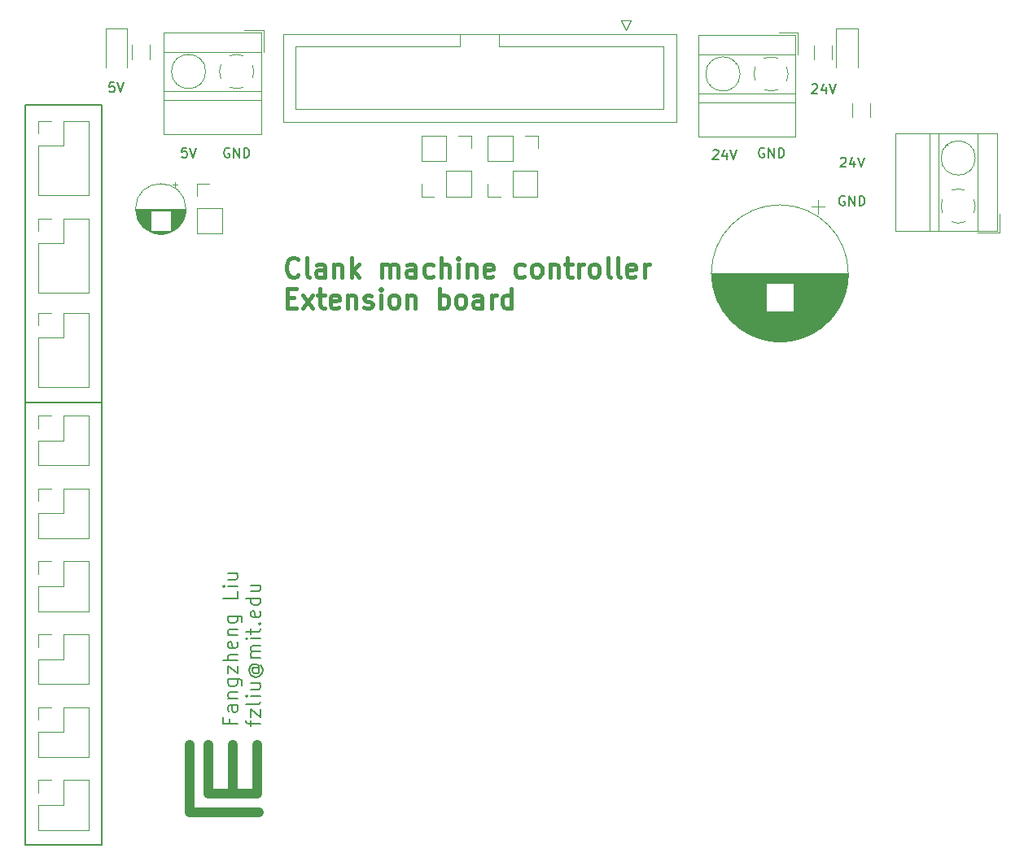
<source format=gbr>
%TF.GenerationSoftware,KiCad,Pcbnew,(6.0.0-0)*%
%TF.CreationDate,2023-01-16T13:09:05-05:00*%
%TF.ProjectId,Clank_controller,436c616e-6b5f-4636-9f6e-74726f6c6c65,rev?*%
%TF.SameCoordinates,Original*%
%TF.FileFunction,Legend,Top*%
%TF.FilePolarity,Positive*%
%FSLAX46Y46*%
G04 Gerber Fmt 4.6, Leading zero omitted, Abs format (unit mm)*
G04 Created by KiCad (PCBNEW (6.0.0-0)) date 2023-01-16 13:09:05*
%MOMM*%
%LPD*%
G01*
G04 APERTURE LIST*
%ADD10C,0.150000*%
%ADD11C,1.000000*%
%ADD12C,0.400000*%
%ADD13C,0.200000*%
%ADD14C,0.120000*%
G04 APERTURE END LIST*
D10*
X97830000Y-97250000D02*
X105830000Y-97250000D01*
X105830000Y-97250000D02*
X105830000Y-143250000D01*
X105830000Y-143250000D02*
X97830000Y-143250000D01*
X97830000Y-143250000D02*
X97830000Y-97250000D01*
D11*
X119430000Y-137900000D02*
X119430000Y-132900000D01*
D10*
X97830000Y-66250000D02*
X105830000Y-66250000D01*
X105830000Y-66250000D02*
X105830000Y-97250000D01*
X105830000Y-97250000D02*
X97830000Y-97250000D01*
X97830000Y-97250000D02*
X97830000Y-66250000D01*
D11*
X121930000Y-137900000D02*
X116930000Y-137900000D01*
X114930000Y-132900000D02*
X114930000Y-139900000D01*
X114930000Y-139900000D02*
X122180000Y-139900000D01*
X121930000Y-137900000D02*
X121930000Y-132900000D01*
X116930000Y-137900000D02*
X116930000Y-132900000D01*
D10*
X114639523Y-70702374D02*
X114163333Y-70702374D01*
X114115714Y-71178565D01*
X114163333Y-71130946D01*
X114258571Y-71083327D01*
X114496666Y-71083327D01*
X114591904Y-71130946D01*
X114639523Y-71178565D01*
X114687142Y-71273803D01*
X114687142Y-71511898D01*
X114639523Y-71607136D01*
X114591904Y-71654755D01*
X114496666Y-71702374D01*
X114258571Y-71702374D01*
X114163333Y-71654755D01*
X114115714Y-71607136D01*
X114972857Y-70702374D02*
X115306190Y-71702374D01*
X115639523Y-70702374D01*
D12*
X126239047Y-83954285D02*
X126143809Y-84049523D01*
X125858095Y-84144761D01*
X125667619Y-84144761D01*
X125381904Y-84049523D01*
X125191428Y-83859047D01*
X125096190Y-83668571D01*
X125000952Y-83287619D01*
X125000952Y-83001904D01*
X125096190Y-82620952D01*
X125191428Y-82430476D01*
X125381904Y-82240000D01*
X125667619Y-82144761D01*
X125858095Y-82144761D01*
X126143809Y-82240000D01*
X126239047Y-82335238D01*
X127381904Y-84144761D02*
X127191428Y-84049523D01*
X127096190Y-83859047D01*
X127096190Y-82144761D01*
X129000952Y-84144761D02*
X129000952Y-83097142D01*
X128905714Y-82906666D01*
X128715238Y-82811428D01*
X128334285Y-82811428D01*
X128143809Y-82906666D01*
X129000952Y-84049523D02*
X128810476Y-84144761D01*
X128334285Y-84144761D01*
X128143809Y-84049523D01*
X128048571Y-83859047D01*
X128048571Y-83668571D01*
X128143809Y-83478095D01*
X128334285Y-83382857D01*
X128810476Y-83382857D01*
X129000952Y-83287619D01*
X129953333Y-82811428D02*
X129953333Y-84144761D01*
X129953333Y-83001904D02*
X130048571Y-82906666D01*
X130239047Y-82811428D01*
X130524761Y-82811428D01*
X130715238Y-82906666D01*
X130810476Y-83097142D01*
X130810476Y-84144761D01*
X131762857Y-84144761D02*
X131762857Y-82144761D01*
X131953333Y-83382857D02*
X132524761Y-84144761D01*
X132524761Y-82811428D02*
X131762857Y-83573333D01*
X134905714Y-84144761D02*
X134905714Y-82811428D01*
X134905714Y-83001904D02*
X135000952Y-82906666D01*
X135191428Y-82811428D01*
X135477142Y-82811428D01*
X135667619Y-82906666D01*
X135762857Y-83097142D01*
X135762857Y-84144761D01*
X135762857Y-83097142D02*
X135858095Y-82906666D01*
X136048571Y-82811428D01*
X136334285Y-82811428D01*
X136524761Y-82906666D01*
X136620000Y-83097142D01*
X136620000Y-84144761D01*
X138429523Y-84144761D02*
X138429523Y-83097142D01*
X138334285Y-82906666D01*
X138143809Y-82811428D01*
X137762857Y-82811428D01*
X137572380Y-82906666D01*
X138429523Y-84049523D02*
X138239047Y-84144761D01*
X137762857Y-84144761D01*
X137572380Y-84049523D01*
X137477142Y-83859047D01*
X137477142Y-83668571D01*
X137572380Y-83478095D01*
X137762857Y-83382857D01*
X138239047Y-83382857D01*
X138429523Y-83287619D01*
X140239047Y-84049523D02*
X140048571Y-84144761D01*
X139667619Y-84144761D01*
X139477142Y-84049523D01*
X139381904Y-83954285D01*
X139286666Y-83763809D01*
X139286666Y-83192380D01*
X139381904Y-83001904D01*
X139477142Y-82906666D01*
X139667619Y-82811428D01*
X140048571Y-82811428D01*
X140239047Y-82906666D01*
X141096190Y-84144761D02*
X141096190Y-82144761D01*
X141953333Y-84144761D02*
X141953333Y-83097142D01*
X141858095Y-82906666D01*
X141667619Y-82811428D01*
X141381904Y-82811428D01*
X141191428Y-82906666D01*
X141096190Y-83001904D01*
X142905714Y-84144761D02*
X142905714Y-82811428D01*
X142905714Y-82144761D02*
X142810476Y-82240000D01*
X142905714Y-82335238D01*
X143000952Y-82240000D01*
X142905714Y-82144761D01*
X142905714Y-82335238D01*
X143858095Y-82811428D02*
X143858095Y-84144761D01*
X143858095Y-83001904D02*
X143953333Y-82906666D01*
X144143809Y-82811428D01*
X144429523Y-82811428D01*
X144620000Y-82906666D01*
X144715238Y-83097142D01*
X144715238Y-84144761D01*
X146429523Y-84049523D02*
X146239047Y-84144761D01*
X145858095Y-84144761D01*
X145667619Y-84049523D01*
X145572380Y-83859047D01*
X145572380Y-83097142D01*
X145667619Y-82906666D01*
X145858095Y-82811428D01*
X146239047Y-82811428D01*
X146429523Y-82906666D01*
X146524761Y-83097142D01*
X146524761Y-83287619D01*
X145572380Y-83478095D01*
X149762857Y-84049523D02*
X149572380Y-84144761D01*
X149191428Y-84144761D01*
X149000952Y-84049523D01*
X148905714Y-83954285D01*
X148810476Y-83763809D01*
X148810476Y-83192380D01*
X148905714Y-83001904D01*
X149000952Y-82906666D01*
X149191428Y-82811428D01*
X149572380Y-82811428D01*
X149762857Y-82906666D01*
X150905714Y-84144761D02*
X150715238Y-84049523D01*
X150620000Y-83954285D01*
X150524761Y-83763809D01*
X150524761Y-83192380D01*
X150620000Y-83001904D01*
X150715238Y-82906666D01*
X150905714Y-82811428D01*
X151191428Y-82811428D01*
X151381904Y-82906666D01*
X151477142Y-83001904D01*
X151572380Y-83192380D01*
X151572380Y-83763809D01*
X151477142Y-83954285D01*
X151381904Y-84049523D01*
X151191428Y-84144761D01*
X150905714Y-84144761D01*
X152429523Y-82811428D02*
X152429523Y-84144761D01*
X152429523Y-83001904D02*
X152524761Y-82906666D01*
X152715238Y-82811428D01*
X153000952Y-82811428D01*
X153191428Y-82906666D01*
X153286666Y-83097142D01*
X153286666Y-84144761D01*
X153953333Y-82811428D02*
X154715238Y-82811428D01*
X154239047Y-82144761D02*
X154239047Y-83859047D01*
X154334285Y-84049523D01*
X154524761Y-84144761D01*
X154715238Y-84144761D01*
X155381904Y-84144761D02*
X155381904Y-82811428D01*
X155381904Y-83192380D02*
X155477142Y-83001904D01*
X155572380Y-82906666D01*
X155762857Y-82811428D01*
X155953333Y-82811428D01*
X156905714Y-84144761D02*
X156715238Y-84049523D01*
X156620000Y-83954285D01*
X156524761Y-83763809D01*
X156524761Y-83192380D01*
X156620000Y-83001904D01*
X156715238Y-82906666D01*
X156905714Y-82811428D01*
X157191428Y-82811428D01*
X157381904Y-82906666D01*
X157477142Y-83001904D01*
X157572380Y-83192380D01*
X157572380Y-83763809D01*
X157477142Y-83954285D01*
X157381904Y-84049523D01*
X157191428Y-84144761D01*
X156905714Y-84144761D01*
X158715238Y-84144761D02*
X158524761Y-84049523D01*
X158429523Y-83859047D01*
X158429523Y-82144761D01*
X159762857Y-84144761D02*
X159572380Y-84049523D01*
X159477142Y-83859047D01*
X159477142Y-82144761D01*
X161286666Y-84049523D02*
X161096190Y-84144761D01*
X160715238Y-84144761D01*
X160524761Y-84049523D01*
X160429523Y-83859047D01*
X160429523Y-83097142D01*
X160524761Y-82906666D01*
X160715238Y-82811428D01*
X161096190Y-82811428D01*
X161286666Y-82906666D01*
X161381904Y-83097142D01*
X161381904Y-83287619D01*
X160429523Y-83478095D01*
X162239047Y-84144761D02*
X162239047Y-82811428D01*
X162239047Y-83192380D02*
X162334285Y-83001904D01*
X162429523Y-82906666D01*
X162620000Y-82811428D01*
X162810476Y-82811428D01*
X125096190Y-86317142D02*
X125762857Y-86317142D01*
X126048571Y-87364761D02*
X125096190Y-87364761D01*
X125096190Y-85364761D01*
X126048571Y-85364761D01*
X126715238Y-87364761D02*
X127762857Y-86031428D01*
X126715238Y-86031428D02*
X127762857Y-87364761D01*
X128239047Y-86031428D02*
X129000952Y-86031428D01*
X128524761Y-85364761D02*
X128524761Y-87079047D01*
X128620000Y-87269523D01*
X128810476Y-87364761D01*
X129000952Y-87364761D01*
X130429523Y-87269523D02*
X130239047Y-87364761D01*
X129858095Y-87364761D01*
X129667619Y-87269523D01*
X129572380Y-87079047D01*
X129572380Y-86317142D01*
X129667619Y-86126666D01*
X129858095Y-86031428D01*
X130239047Y-86031428D01*
X130429523Y-86126666D01*
X130524761Y-86317142D01*
X130524761Y-86507619D01*
X129572380Y-86698095D01*
X131381904Y-86031428D02*
X131381904Y-87364761D01*
X131381904Y-86221904D02*
X131477142Y-86126666D01*
X131667619Y-86031428D01*
X131953333Y-86031428D01*
X132143809Y-86126666D01*
X132239047Y-86317142D01*
X132239047Y-87364761D01*
X133096190Y-87269523D02*
X133286666Y-87364761D01*
X133667619Y-87364761D01*
X133858095Y-87269523D01*
X133953333Y-87079047D01*
X133953333Y-86983809D01*
X133858095Y-86793333D01*
X133667619Y-86698095D01*
X133381904Y-86698095D01*
X133191428Y-86602857D01*
X133096190Y-86412380D01*
X133096190Y-86317142D01*
X133191428Y-86126666D01*
X133381904Y-86031428D01*
X133667619Y-86031428D01*
X133858095Y-86126666D01*
X134810476Y-87364761D02*
X134810476Y-86031428D01*
X134810476Y-85364761D02*
X134715238Y-85460000D01*
X134810476Y-85555238D01*
X134905714Y-85460000D01*
X134810476Y-85364761D01*
X134810476Y-85555238D01*
X136048571Y-87364761D02*
X135858095Y-87269523D01*
X135762857Y-87174285D01*
X135667619Y-86983809D01*
X135667619Y-86412380D01*
X135762857Y-86221904D01*
X135858095Y-86126666D01*
X136048571Y-86031428D01*
X136334285Y-86031428D01*
X136524761Y-86126666D01*
X136620000Y-86221904D01*
X136715238Y-86412380D01*
X136715238Y-86983809D01*
X136620000Y-87174285D01*
X136524761Y-87269523D01*
X136334285Y-87364761D01*
X136048571Y-87364761D01*
X137572380Y-86031428D02*
X137572380Y-87364761D01*
X137572380Y-86221904D02*
X137667619Y-86126666D01*
X137858095Y-86031428D01*
X138143809Y-86031428D01*
X138334285Y-86126666D01*
X138429523Y-86317142D01*
X138429523Y-87364761D01*
X140905714Y-87364761D02*
X140905714Y-85364761D01*
X140905714Y-86126666D02*
X141096190Y-86031428D01*
X141477142Y-86031428D01*
X141667619Y-86126666D01*
X141762857Y-86221904D01*
X141858095Y-86412380D01*
X141858095Y-86983809D01*
X141762857Y-87174285D01*
X141667619Y-87269523D01*
X141477142Y-87364761D01*
X141096190Y-87364761D01*
X140905714Y-87269523D01*
X143000952Y-87364761D02*
X142810476Y-87269523D01*
X142715238Y-87174285D01*
X142620000Y-86983809D01*
X142620000Y-86412380D01*
X142715238Y-86221904D01*
X142810476Y-86126666D01*
X143000952Y-86031428D01*
X143286666Y-86031428D01*
X143477142Y-86126666D01*
X143572380Y-86221904D01*
X143667619Y-86412380D01*
X143667619Y-86983809D01*
X143572380Y-87174285D01*
X143477142Y-87269523D01*
X143286666Y-87364761D01*
X143000952Y-87364761D01*
X145381904Y-87364761D02*
X145381904Y-86317142D01*
X145286666Y-86126666D01*
X145096190Y-86031428D01*
X144715238Y-86031428D01*
X144524761Y-86126666D01*
X145381904Y-87269523D02*
X145191428Y-87364761D01*
X144715238Y-87364761D01*
X144524761Y-87269523D01*
X144429523Y-87079047D01*
X144429523Y-86888571D01*
X144524761Y-86698095D01*
X144715238Y-86602857D01*
X145191428Y-86602857D01*
X145381904Y-86507619D01*
X146334285Y-87364761D02*
X146334285Y-86031428D01*
X146334285Y-86412380D02*
X146429523Y-86221904D01*
X146524761Y-86126666D01*
X146715238Y-86031428D01*
X146905714Y-86031428D01*
X148429523Y-87364761D02*
X148429523Y-85364761D01*
X148429523Y-87269523D02*
X148239047Y-87364761D01*
X147858095Y-87364761D01*
X147667619Y-87269523D01*
X147572380Y-87174285D01*
X147477142Y-86983809D01*
X147477142Y-86412380D01*
X147572380Y-86221904D01*
X147667619Y-86126666D01*
X147858095Y-86031428D01*
X148239047Y-86031428D01*
X148429523Y-86126666D01*
D10*
X169369523Y-70987619D02*
X169417142Y-70940000D01*
X169512380Y-70892380D01*
X169750476Y-70892380D01*
X169845714Y-70940000D01*
X169893333Y-70987619D01*
X169940952Y-71082857D01*
X169940952Y-71178095D01*
X169893333Y-71320952D01*
X169321904Y-71892380D01*
X169940952Y-71892380D01*
X170798095Y-71225714D02*
X170798095Y-71892380D01*
X170560000Y-70844761D02*
X170321904Y-71559047D01*
X170940952Y-71559047D01*
X171179047Y-70892380D02*
X171512380Y-71892380D01*
X171845714Y-70892380D01*
X179689523Y-64137619D02*
X179737142Y-64090000D01*
X179832380Y-64042380D01*
X180070476Y-64042380D01*
X180165714Y-64090000D01*
X180213333Y-64137619D01*
X180260952Y-64232857D01*
X180260952Y-64328095D01*
X180213333Y-64470952D01*
X179641904Y-65042380D01*
X180260952Y-65042380D01*
X181118095Y-64375714D02*
X181118095Y-65042380D01*
X180880000Y-63994761D02*
X180641904Y-64709047D01*
X181260952Y-64709047D01*
X181499047Y-64042380D02*
X181832380Y-65042380D01*
X182165714Y-64042380D01*
X174698095Y-70750000D02*
X174602857Y-70702380D01*
X174460000Y-70702380D01*
X174317142Y-70750000D01*
X174221904Y-70845238D01*
X174174285Y-70940476D01*
X174126666Y-71130952D01*
X174126666Y-71273809D01*
X174174285Y-71464285D01*
X174221904Y-71559523D01*
X174317142Y-71654761D01*
X174460000Y-71702380D01*
X174555238Y-71702380D01*
X174698095Y-71654761D01*
X174745714Y-71607142D01*
X174745714Y-71273809D01*
X174555238Y-71273809D01*
X175174285Y-71702380D02*
X175174285Y-70702380D01*
X175745714Y-71702380D01*
X175745714Y-70702380D01*
X176221904Y-71702380D02*
X176221904Y-70702380D01*
X176460000Y-70702380D01*
X176602857Y-70750000D01*
X176698095Y-70845238D01*
X176745714Y-70940476D01*
X176793333Y-71130952D01*
X176793333Y-71273809D01*
X176745714Y-71464285D01*
X176698095Y-71559523D01*
X176602857Y-71654761D01*
X176460000Y-71702380D01*
X176221904Y-71702380D01*
X107109515Y-63892380D02*
X106633325Y-63892380D01*
X106585706Y-64368571D01*
X106633325Y-64320952D01*
X106728563Y-64273333D01*
X106966658Y-64273333D01*
X107061896Y-64320952D01*
X107109515Y-64368571D01*
X107157134Y-64463809D01*
X107157134Y-64701904D01*
X107109515Y-64797142D01*
X107061896Y-64844761D01*
X106966658Y-64892380D01*
X106728563Y-64892380D01*
X106633325Y-64844761D01*
X106585706Y-64797142D01*
X107442849Y-63892380D02*
X107776182Y-64892380D01*
X108109515Y-63892380D01*
X182639523Y-71797619D02*
X182687142Y-71750000D01*
X182782380Y-71702380D01*
X183020476Y-71702380D01*
X183115714Y-71750000D01*
X183163333Y-71797619D01*
X183210952Y-71892857D01*
X183210952Y-71988095D01*
X183163333Y-72130952D01*
X182591904Y-72702380D01*
X183210952Y-72702380D01*
X184068095Y-72035714D02*
X184068095Y-72702380D01*
X183830000Y-71654761D02*
X183591904Y-72369047D01*
X184210952Y-72369047D01*
X184449047Y-71702380D02*
X184782380Y-72702380D01*
X185115714Y-71702380D01*
X183068095Y-75750000D02*
X182972857Y-75702380D01*
X182830000Y-75702380D01*
X182687142Y-75750000D01*
X182591904Y-75845238D01*
X182544285Y-75940476D01*
X182496666Y-76130952D01*
X182496666Y-76273809D01*
X182544285Y-76464285D01*
X182591904Y-76559523D01*
X182687142Y-76654761D01*
X182830000Y-76702380D01*
X182925238Y-76702380D01*
X183068095Y-76654761D01*
X183115714Y-76607142D01*
X183115714Y-76273809D01*
X182925238Y-76273809D01*
X183544285Y-76702380D02*
X183544285Y-75702380D01*
X184115714Y-76702380D01*
X184115714Y-75702380D01*
X184591904Y-76702380D02*
X184591904Y-75702380D01*
X184830000Y-75702380D01*
X184972857Y-75750000D01*
X185068095Y-75845238D01*
X185115714Y-75940476D01*
X185163333Y-76130952D01*
X185163333Y-76273809D01*
X185115714Y-76464285D01*
X185068095Y-76559523D01*
X184972857Y-76654761D01*
X184830000Y-76702380D01*
X184591904Y-76702380D01*
X119068095Y-70750000D02*
X118972857Y-70702380D01*
X118830000Y-70702380D01*
X118687142Y-70750000D01*
X118591904Y-70845238D01*
X118544285Y-70940476D01*
X118496666Y-71130952D01*
X118496666Y-71273809D01*
X118544285Y-71464285D01*
X118591904Y-71559523D01*
X118687142Y-71654761D01*
X118830000Y-71702380D01*
X118925238Y-71702380D01*
X119068095Y-71654761D01*
X119115714Y-71607142D01*
X119115714Y-71273809D01*
X118925238Y-71273809D01*
X119544285Y-71702380D02*
X119544285Y-70702380D01*
X120115714Y-71702380D01*
X120115714Y-70702380D01*
X120591904Y-71702380D02*
X120591904Y-70702380D01*
X120830000Y-70702380D01*
X120972857Y-70750000D01*
X121068095Y-70845238D01*
X121115714Y-70940476D01*
X121163333Y-71130952D01*
X121163333Y-71273809D01*
X121115714Y-71464285D01*
X121068095Y-71559523D01*
X120972857Y-71654761D01*
X120830000Y-71702380D01*
X120591904Y-71702380D01*
D13*
X119115357Y-130162857D02*
X119115357Y-130662857D01*
X119901071Y-130662857D02*
X118401071Y-130662857D01*
X118401071Y-129948571D01*
X119901071Y-128734285D02*
X119115357Y-128734285D01*
X118972500Y-128805714D01*
X118901071Y-128948571D01*
X118901071Y-129234285D01*
X118972500Y-129377142D01*
X119829642Y-128734285D02*
X119901071Y-128877142D01*
X119901071Y-129234285D01*
X119829642Y-129377142D01*
X119686785Y-129448571D01*
X119543928Y-129448571D01*
X119401071Y-129377142D01*
X119329642Y-129234285D01*
X119329642Y-128877142D01*
X119258214Y-128734285D01*
X118901071Y-128020000D02*
X119901071Y-128020000D01*
X119043928Y-128020000D02*
X118972500Y-127948571D01*
X118901071Y-127805714D01*
X118901071Y-127591428D01*
X118972500Y-127448571D01*
X119115357Y-127377142D01*
X119901071Y-127377142D01*
X118901071Y-126020000D02*
X120115357Y-126020000D01*
X120258214Y-126091428D01*
X120329642Y-126162857D01*
X120401071Y-126305714D01*
X120401071Y-126520000D01*
X120329642Y-126662857D01*
X119829642Y-126020000D02*
X119901071Y-126162857D01*
X119901071Y-126448571D01*
X119829642Y-126591428D01*
X119758214Y-126662857D01*
X119615357Y-126734285D01*
X119186785Y-126734285D01*
X119043928Y-126662857D01*
X118972500Y-126591428D01*
X118901071Y-126448571D01*
X118901071Y-126162857D01*
X118972500Y-126020000D01*
X118901071Y-125448571D02*
X118901071Y-124662857D01*
X119901071Y-125448571D01*
X119901071Y-124662857D01*
X119901071Y-124091428D02*
X118401071Y-124091428D01*
X119901071Y-123448571D02*
X119115357Y-123448571D01*
X118972500Y-123520000D01*
X118901071Y-123662857D01*
X118901071Y-123877142D01*
X118972500Y-124020000D01*
X119043928Y-124091428D01*
X119829642Y-122162857D02*
X119901071Y-122305714D01*
X119901071Y-122591428D01*
X119829642Y-122734285D01*
X119686785Y-122805714D01*
X119115357Y-122805714D01*
X118972500Y-122734285D01*
X118901071Y-122591428D01*
X118901071Y-122305714D01*
X118972500Y-122162857D01*
X119115357Y-122091428D01*
X119258214Y-122091428D01*
X119401071Y-122805714D01*
X118901071Y-121448571D02*
X119901071Y-121448571D01*
X119043928Y-121448571D02*
X118972500Y-121377142D01*
X118901071Y-121234285D01*
X118901071Y-121020000D01*
X118972500Y-120877142D01*
X119115357Y-120805714D01*
X119901071Y-120805714D01*
X118901071Y-119448571D02*
X120115357Y-119448571D01*
X120258214Y-119520000D01*
X120329642Y-119591428D01*
X120401071Y-119734285D01*
X120401071Y-119948571D01*
X120329642Y-120091428D01*
X119829642Y-119448571D02*
X119901071Y-119591428D01*
X119901071Y-119877142D01*
X119829642Y-120020000D01*
X119758214Y-120091428D01*
X119615357Y-120162857D01*
X119186785Y-120162857D01*
X119043928Y-120091428D01*
X118972500Y-120020000D01*
X118901071Y-119877142D01*
X118901071Y-119591428D01*
X118972500Y-119448571D01*
X119901071Y-116877142D02*
X119901071Y-117591428D01*
X118401071Y-117591428D01*
X119901071Y-116377142D02*
X118901071Y-116377142D01*
X118401071Y-116377142D02*
X118472500Y-116448571D01*
X118543928Y-116377142D01*
X118472500Y-116305714D01*
X118401071Y-116377142D01*
X118543928Y-116377142D01*
X118901071Y-115020000D02*
X119901071Y-115020000D01*
X118901071Y-115662857D02*
X119686785Y-115662857D01*
X119829642Y-115591428D01*
X119901071Y-115448571D01*
X119901071Y-115234285D01*
X119829642Y-115091428D01*
X119758214Y-115020000D01*
X121316071Y-130877142D02*
X121316071Y-130305714D01*
X122316071Y-130662857D02*
X121030357Y-130662857D01*
X120887500Y-130591428D01*
X120816071Y-130448571D01*
X120816071Y-130305714D01*
X121316071Y-129948571D02*
X121316071Y-129162857D01*
X122316071Y-129948571D01*
X122316071Y-129162857D01*
X122316071Y-128377142D02*
X122244642Y-128520000D01*
X122101785Y-128591428D01*
X120816071Y-128591428D01*
X122316071Y-127805714D02*
X121316071Y-127805714D01*
X120816071Y-127805714D02*
X120887500Y-127877142D01*
X120958928Y-127805714D01*
X120887500Y-127734285D01*
X120816071Y-127805714D01*
X120958928Y-127805714D01*
X121316071Y-126448571D02*
X122316071Y-126448571D01*
X121316071Y-127091428D02*
X122101785Y-127091428D01*
X122244642Y-127020000D01*
X122316071Y-126877142D01*
X122316071Y-126662857D01*
X122244642Y-126520000D01*
X122173214Y-126448571D01*
X121601785Y-124805714D02*
X121530357Y-124877142D01*
X121458928Y-125020000D01*
X121458928Y-125162857D01*
X121530357Y-125305714D01*
X121601785Y-125377142D01*
X121744642Y-125448571D01*
X121887500Y-125448571D01*
X122030357Y-125377142D01*
X122101785Y-125305714D01*
X122173214Y-125162857D01*
X122173214Y-125020000D01*
X122101785Y-124877142D01*
X122030357Y-124805714D01*
X121458928Y-124805714D02*
X122030357Y-124805714D01*
X122101785Y-124734285D01*
X122101785Y-124662857D01*
X122030357Y-124520000D01*
X121887500Y-124448571D01*
X121530357Y-124448571D01*
X121316071Y-124591428D01*
X121173214Y-124805714D01*
X121101785Y-125091428D01*
X121173214Y-125377142D01*
X121316071Y-125591428D01*
X121530357Y-125734285D01*
X121816071Y-125805714D01*
X122101785Y-125734285D01*
X122316071Y-125591428D01*
X122458928Y-125377142D01*
X122530357Y-125091428D01*
X122458928Y-124805714D01*
X122316071Y-124591428D01*
X122316071Y-123805714D02*
X121316071Y-123805714D01*
X121458928Y-123805714D02*
X121387500Y-123734285D01*
X121316071Y-123591428D01*
X121316071Y-123377142D01*
X121387500Y-123234285D01*
X121530357Y-123162857D01*
X122316071Y-123162857D01*
X121530357Y-123162857D02*
X121387500Y-123091428D01*
X121316071Y-122948571D01*
X121316071Y-122734285D01*
X121387500Y-122591428D01*
X121530357Y-122520000D01*
X122316071Y-122520000D01*
X122316071Y-121805714D02*
X121316071Y-121805714D01*
X120816071Y-121805714D02*
X120887500Y-121877142D01*
X120958928Y-121805714D01*
X120887500Y-121734285D01*
X120816071Y-121805714D01*
X120958928Y-121805714D01*
X121316071Y-121305714D02*
X121316071Y-120734285D01*
X120816071Y-121091428D02*
X122101785Y-121091428D01*
X122244642Y-121020000D01*
X122316071Y-120877142D01*
X122316071Y-120734285D01*
X122173214Y-120234285D02*
X122244642Y-120162857D01*
X122316071Y-120234285D01*
X122244642Y-120305714D01*
X122173214Y-120234285D01*
X122316071Y-120234285D01*
X122244642Y-118948571D02*
X122316071Y-119091428D01*
X122316071Y-119377142D01*
X122244642Y-119520000D01*
X122101785Y-119591428D01*
X121530357Y-119591428D01*
X121387500Y-119520000D01*
X121316071Y-119377142D01*
X121316071Y-119091428D01*
X121387500Y-118948571D01*
X121530357Y-118877142D01*
X121673214Y-118877142D01*
X121816071Y-119591428D01*
X122316071Y-117591428D02*
X120816071Y-117591428D01*
X122244642Y-117591428D02*
X122316071Y-117734285D01*
X122316071Y-118020000D01*
X122244642Y-118162857D01*
X122173214Y-118234285D01*
X122030357Y-118305714D01*
X121601785Y-118305714D01*
X121458928Y-118234285D01*
X121387500Y-118162857D01*
X121316071Y-118020000D01*
X121316071Y-117734285D01*
X121387500Y-117591428D01*
X121316071Y-116234285D02*
X122316071Y-116234285D01*
X121316071Y-116877142D02*
X122101785Y-116877142D01*
X122244642Y-116805714D01*
X122316071Y-116662857D01*
X122316071Y-116448571D01*
X122244642Y-116305714D01*
X122173214Y-116234285D01*
D14*
%TO.C,J3*%
X99225000Y-116348750D02*
X101825000Y-116348750D01*
X99225000Y-116348750D02*
X99225000Y-118948750D01*
X99225000Y-118948750D02*
X104425000Y-118948750D01*
X101825000Y-113748750D02*
X104425000Y-113748750D01*
X104425000Y-113748750D02*
X104425000Y-118948750D01*
X101825000Y-116348750D02*
X101825000Y-113748750D01*
X99225000Y-113748750D02*
X100555000Y-113748750D01*
X99225000Y-115078750D02*
X99225000Y-113748750D01*
%TO.C,J17*%
X148535000Y-73120000D02*
X151135000Y-73120000D01*
X151135000Y-75780000D02*
X151135000Y-73120000D01*
X148535000Y-75780000D02*
X151135000Y-75780000D01*
X148535000Y-75780000D02*
X148535000Y-73120000D01*
X145935000Y-75780000D02*
X145935000Y-74450000D01*
X147265000Y-75780000D02*
X145935000Y-75780000D01*
%TO.C,J16*%
X159830000Y-57460000D02*
X160330000Y-58460000D01*
X164240000Y-66660000D02*
X125940000Y-66660000D01*
X143040000Y-60160000D02*
X143040000Y-60160000D01*
X165540000Y-58850000D02*
X165540000Y-67970000D01*
X143040000Y-60160000D02*
X143040000Y-58850000D01*
X160330000Y-58460000D02*
X160830000Y-57460000D01*
X125940000Y-66660000D02*
X125940000Y-60160000D01*
X147140000Y-60160000D02*
X164240000Y-60160000D01*
X164240000Y-60160000D02*
X164240000Y-66660000D01*
X124640000Y-67970000D02*
X124640000Y-58850000D01*
X165540000Y-67970000D02*
X124640000Y-67970000D01*
X147140000Y-58850000D02*
X147140000Y-60160000D01*
X125940000Y-60160000D02*
X143040000Y-60160000D01*
X124640000Y-58850000D02*
X165540000Y-58850000D01*
X160830000Y-57460000D02*
X159830000Y-57460000D01*
%TO.C,D2*%
X182195000Y-58290000D02*
X182195000Y-62350000D01*
X184465000Y-58290000D02*
X182195000Y-58290000D01*
X184465000Y-62350000D02*
X184465000Y-58290000D01*
%TO.C,J15*%
X144245000Y-69420000D02*
X144245000Y-70750000D01*
X139045000Y-69420000D02*
X139045000Y-72080000D01*
X141645000Y-69420000D02*
X139045000Y-69420000D01*
X141645000Y-69420000D02*
X141645000Y-72080000D01*
X142915000Y-69420000D02*
X144245000Y-69420000D01*
X141645000Y-72080000D02*
X139045000Y-72080000D01*
%TO.C,R2*%
X181740000Y-60045436D02*
X181740000Y-61499564D01*
X179920000Y-60045436D02*
X179920000Y-61499564D01*
%TO.C,J7*%
X101825000Y-87880000D02*
X104425000Y-87880000D01*
X99225000Y-95620000D02*
X104425000Y-95620000D01*
X104425000Y-87880000D02*
X104425000Y-95620000D01*
X99225000Y-90480000D02*
X99225000Y-95620000D01*
X99225000Y-87880000D02*
X100555000Y-87880000D01*
X99225000Y-89210000D02*
X99225000Y-87880000D01*
X101825000Y-90480000D02*
X101825000Y-87880000D01*
X99225000Y-90480000D02*
X101825000Y-90480000D01*
%TO.C,J18*%
X140365000Y-75780000D02*
X139035000Y-75780000D01*
X141635000Y-75780000D02*
X141635000Y-73120000D01*
X144235000Y-75780000D02*
X144235000Y-73120000D01*
X141635000Y-73120000D02*
X144235000Y-73120000D01*
X139035000Y-75780000D02*
X139035000Y-74450000D01*
X141635000Y-75780000D02*
X144235000Y-75780000D01*
%TO.C,J6*%
X101825000Y-136537500D02*
X104425000Y-136537500D01*
X99225000Y-141737500D02*
X104425000Y-141737500D01*
X99225000Y-139137500D02*
X99225000Y-141737500D01*
X101825000Y-139137500D02*
X101825000Y-136537500D01*
X104425000Y-136537500D02*
X104425000Y-141737500D01*
X99225000Y-139137500D02*
X101825000Y-139137500D01*
X99225000Y-136537500D02*
X100555000Y-136537500D01*
X99225000Y-137867500D02*
X99225000Y-136537500D01*
%TO.C,J4*%
X104425000Y-121345000D02*
X104425000Y-126545000D01*
X99225000Y-123945000D02*
X101825000Y-123945000D01*
X101825000Y-121345000D02*
X104425000Y-121345000D01*
X99225000Y-126545000D02*
X104425000Y-126545000D01*
X99225000Y-122675000D02*
X99225000Y-121345000D01*
X99225000Y-121345000D02*
X100555000Y-121345000D01*
X101825000Y-123945000D02*
X101825000Y-121345000D01*
X99225000Y-123945000D02*
X99225000Y-126545000D01*
%TO.C,J14*%
X148545000Y-69420000D02*
X148545000Y-72080000D01*
X151145000Y-69420000D02*
X151145000Y-70750000D01*
X145945000Y-69420000D02*
X145945000Y-72080000D01*
X148545000Y-72080000D02*
X145945000Y-72080000D01*
X149815000Y-69420000D02*
X151145000Y-69420000D01*
X148545000Y-69420000D02*
X145945000Y-69420000D01*
%TO.C,D1*%
X108465000Y-62350000D02*
X108465000Y-58290000D01*
X108465000Y-58290000D02*
X106195000Y-58290000D01*
X106195000Y-58290000D02*
X106195000Y-62350000D01*
%TO.C,J9*%
X99225000Y-85788750D02*
X104425000Y-85788750D01*
X99225000Y-80648750D02*
X101825000Y-80648750D01*
X99225000Y-80648750D02*
X99225000Y-85788750D01*
X99225000Y-78048750D02*
X100555000Y-78048750D01*
X101825000Y-80648750D02*
X101825000Y-78048750D01*
X104425000Y-78048750D02*
X104425000Y-85788750D01*
X99225000Y-79378750D02*
X99225000Y-78048750D01*
X101825000Y-78048750D02*
X104425000Y-78048750D01*
%TO.C,J8*%
X99225000Y-67895000D02*
X100555000Y-67895000D01*
X99225000Y-70495000D02*
X99225000Y-75635000D01*
X101825000Y-67895000D02*
X104425000Y-67895000D01*
X99225000Y-70495000D02*
X101825000Y-70495000D01*
X99225000Y-75635000D02*
X104425000Y-75635000D01*
X99225000Y-69225000D02*
X99225000Y-67895000D01*
X104425000Y-67895000D02*
X104425000Y-75635000D01*
X101825000Y-70495000D02*
X101825000Y-67895000D01*
%TO.C,J2*%
X101825000Y-106152500D02*
X104425000Y-106152500D01*
X99225000Y-108752500D02*
X101825000Y-108752500D01*
X99225000Y-106152500D02*
X100555000Y-106152500D01*
X99225000Y-107482500D02*
X99225000Y-106152500D01*
X99225000Y-111352500D02*
X104425000Y-111352500D01*
X99225000Y-108752500D02*
X99225000Y-111352500D01*
X104425000Y-106152500D02*
X104425000Y-111352500D01*
X101825000Y-108752500D02*
X101825000Y-106152500D01*
%TO.C,J10*%
X122390000Y-65750000D02*
X112270000Y-65750000D01*
X122630000Y-58450000D02*
X120630000Y-58450000D01*
X115938000Y-61425000D02*
X115962000Y-61400000D01*
X122390000Y-58690000D02*
X112270000Y-58690000D01*
X113480000Y-63883000D02*
X113529000Y-63833000D01*
X116130000Y-61667000D02*
X116180000Y-61617000D01*
X122390000Y-64750000D02*
X112270000Y-64750000D01*
X122390000Y-60750000D02*
X112270000Y-60750000D01*
X122630000Y-60690000D02*
X122630000Y-58450000D01*
X122390000Y-69310000D02*
X122390000Y-58690000D01*
X113697000Y-64100000D02*
X113722000Y-64076000D01*
X122390000Y-69310000D02*
X112270000Y-69310000D01*
X112270000Y-69310000D02*
X112270000Y-58690000D01*
X121469000Y-63446000D02*
G75*
G03*
X121469206Y-62054484I-1638995J696001D01*
G01*
X120526000Y-61111000D02*
G75*
G03*
X119799186Y-60969610I-695998J-1638986D01*
G01*
X118191000Y-62054000D02*
G75*
G03*
X118190794Y-63445516I1638995J-696001D01*
G01*
X119830000Y-60970000D02*
G75*
G03*
X119134499Y-61111501I0J-1780002D01*
G01*
X119134000Y-64389000D02*
G75*
G03*
X120525516Y-64389206I696001J1638995D01*
G01*
X116610000Y-62750000D02*
G75*
G03*
X116610000Y-62750000I-1780000J0D01*
G01*
%TO.C,R3*%
X183900000Y-66032936D02*
X183900000Y-67487064D01*
X185720000Y-66032936D02*
X185720000Y-67487064D01*
%TO.C,R1*%
X110760000Y-60000436D02*
X110760000Y-61454564D01*
X108940000Y-60000436D02*
X108940000Y-61454564D01*
%TO.C,J1*%
X101825000Y-101156250D02*
X101825000Y-98556250D01*
X101825000Y-98556250D02*
X104425000Y-98556250D01*
X99225000Y-103756250D02*
X104425000Y-103756250D01*
X99225000Y-99886250D02*
X99225000Y-98556250D01*
X104425000Y-98556250D02*
X104425000Y-103756250D01*
X99225000Y-101156250D02*
X101825000Y-101156250D01*
X99225000Y-98556250D02*
X100555000Y-98556250D01*
X99225000Y-101156250D02*
X99225000Y-103756250D01*
%TO.C,J12*%
X115685000Y-77010000D02*
X115685000Y-79610000D01*
X115685000Y-74410000D02*
X117015000Y-74410000D01*
X118345000Y-77010000D02*
X118345000Y-79610000D01*
X115685000Y-79610000D02*
X118345000Y-79610000D01*
X115685000Y-77010000D02*
X118345000Y-77010000D01*
X115685000Y-75740000D02*
X115685000Y-74410000D01*
%TO.C,J11*%
X178210000Y-58700000D02*
X176210000Y-58700000D01*
X171710000Y-61917000D02*
X171760000Y-61867000D01*
X177970000Y-69560000D02*
X167850000Y-69560000D01*
X177970000Y-66000000D02*
X167850000Y-66000000D01*
X177970000Y-69560000D02*
X177970000Y-58940000D01*
X177970000Y-65000000D02*
X167850000Y-65000000D01*
X169277000Y-64350000D02*
X169302000Y-64326000D01*
X178210000Y-60940000D02*
X178210000Y-58700000D01*
X171518000Y-61675000D02*
X171542000Y-61650000D01*
X167850000Y-69560000D02*
X167850000Y-58940000D01*
X169060000Y-64133000D02*
X169109000Y-64083000D01*
X177970000Y-61000000D02*
X167850000Y-61000000D01*
X177970000Y-58940000D02*
X167850000Y-58940000D01*
X176106000Y-61361000D02*
G75*
G03*
X175379186Y-61219610I-695998J-1638986D01*
G01*
X174714000Y-64639000D02*
G75*
G03*
X176105516Y-64639206I696001J1638995D01*
G01*
X173771000Y-62304000D02*
G75*
G03*
X173770794Y-63695516I1638995J-696001D01*
G01*
X175410000Y-61220000D02*
G75*
G03*
X174714499Y-61361501I0J-1780002D01*
G01*
X177049000Y-63696000D02*
G75*
G03*
X177049206Y-62304484I-1638995J696001D01*
G01*
X172190000Y-63000000D02*
G75*
G03*
X172190000Y-63000000I-1780000J0D01*
G01*
%TO.C,C1*%
X113831000Y-78815888D02*
X112970000Y-78815888D01*
X110890000Y-77734888D02*
X109439000Y-77734888D01*
X112214000Y-79655888D02*
X111646000Y-79655888D01*
X114385000Y-77855888D02*
X112970000Y-77855888D01*
X112941000Y-79455888D02*
X110919000Y-79455888D01*
X110890000Y-78015888D02*
X109532000Y-78015888D01*
X113373000Y-79215888D02*
X112970000Y-79215888D01*
X110890000Y-78615888D02*
X109865000Y-78615888D01*
X110890000Y-78175888D02*
X109601000Y-78175888D01*
X110890000Y-79055888D02*
X110277000Y-79055888D01*
X110890000Y-78055888D02*
X109548000Y-78055888D01*
X113430000Y-79175888D02*
X112970000Y-79175888D01*
X113249000Y-79295888D02*
X112970000Y-79295888D01*
X110890000Y-78975888D02*
X110187000Y-78975888D01*
X110890000Y-79335888D02*
X110679000Y-79335888D01*
X110890000Y-79255888D02*
X110547000Y-79255888D01*
X110890000Y-78095888D02*
X109565000Y-78095888D01*
X114508000Y-77174888D02*
X109352000Y-77174888D01*
X110890000Y-77454888D02*
X109380000Y-77454888D01*
X110890000Y-77855888D02*
X109475000Y-77855888D01*
X114177000Y-78335888D02*
X112970000Y-78335888D01*
X114154000Y-78375888D02*
X112970000Y-78375888D01*
X114491000Y-77374888D02*
X112970000Y-77374888D01*
X110890000Y-77574888D02*
X109402000Y-77574888D01*
X114441000Y-77654888D02*
X112970000Y-77654888D01*
X114450000Y-77614888D02*
X112970000Y-77614888D01*
X113934000Y-78695888D02*
X112970000Y-78695888D01*
X110890000Y-78895888D02*
X110104000Y-78895888D01*
X110890000Y-78215888D02*
X109620000Y-78215888D01*
X113583000Y-79055888D02*
X112970000Y-79055888D01*
X114220000Y-78255888D02*
X112970000Y-78255888D01*
X110890000Y-77534888D02*
X109394000Y-77534888D01*
X114480000Y-77454888D02*
X112970000Y-77454888D01*
X110890000Y-78375888D02*
X109706000Y-78375888D01*
X114509000Y-77134888D02*
X109351000Y-77134888D01*
X114510000Y-77094888D02*
X109350000Y-77094888D01*
X114198000Y-78295888D02*
X112970000Y-78295888D01*
X110890000Y-78295888D02*
X109662000Y-78295888D01*
X110890000Y-78575888D02*
X109835000Y-78575888D01*
X113108000Y-79375888D02*
X110752000Y-79375888D01*
X110890000Y-79135888D02*
X110376000Y-79135888D01*
X113405000Y-74250113D02*
X113405000Y-74750113D01*
X114398000Y-77815888D02*
X112970000Y-77815888D01*
X114410000Y-77775888D02*
X112970000Y-77775888D01*
X114328000Y-78015888D02*
X112970000Y-78015888D01*
X113181000Y-79335888D02*
X112970000Y-79335888D01*
X113965000Y-78655888D02*
X112970000Y-78655888D01*
X112735000Y-79535888D02*
X111125000Y-79535888D01*
X113867000Y-78775888D02*
X112970000Y-78775888D01*
X110890000Y-78255888D02*
X109640000Y-78255888D01*
X110890000Y-78775888D02*
X109993000Y-78775888D01*
X110890000Y-78135888D02*
X109582000Y-78135888D01*
X114495000Y-77334888D02*
X112970000Y-77334888D01*
X110890000Y-78695888D02*
X109926000Y-78695888D01*
X114503000Y-77254888D02*
X109357000Y-77254888D01*
X114259000Y-78175888D02*
X112970000Y-78175888D01*
X110890000Y-78455888D02*
X109755000Y-78455888D01*
X110890000Y-77895888D02*
X109488000Y-77895888D01*
X113028000Y-79415888D02*
X110832000Y-79415888D01*
X113313000Y-79255888D02*
X112970000Y-79255888D01*
X114312000Y-78055888D02*
X112970000Y-78055888D01*
X114295000Y-78095888D02*
X112970000Y-78095888D01*
X110890000Y-78335888D02*
X109683000Y-78335888D01*
X113901000Y-78735888D02*
X112970000Y-78735888D01*
X110890000Y-78815888D02*
X110029000Y-78815888D01*
X114473000Y-77494888D02*
X112970000Y-77494888D01*
X114431000Y-77694888D02*
X112970000Y-77694888D01*
X114278000Y-78135888D02*
X112970000Y-78135888D01*
X114079000Y-78495888D02*
X112970000Y-78495888D01*
X113535000Y-79095888D02*
X112970000Y-79095888D01*
X110890000Y-77374888D02*
X109369000Y-77374888D01*
X114499000Y-77294888D02*
X112970000Y-77294888D01*
X114421000Y-77734888D02*
X112970000Y-77734888D01*
X113629000Y-79015888D02*
X112970000Y-79015888D01*
X113794000Y-78855888D02*
X112970000Y-78855888D01*
X114466000Y-77534888D02*
X112970000Y-77534888D01*
X112845000Y-79495888D02*
X111015000Y-79495888D01*
X110890000Y-77614888D02*
X109410000Y-77614888D01*
X114240000Y-78215888D02*
X112970000Y-78215888D01*
X110890000Y-79295888D02*
X110611000Y-79295888D01*
X114344000Y-77975888D02*
X112970000Y-77975888D01*
X110890000Y-77975888D02*
X109516000Y-77975888D01*
X113756000Y-78895888D02*
X112970000Y-78895888D01*
X110890000Y-78535888D02*
X109808000Y-78535888D01*
X110890000Y-79175888D02*
X110430000Y-79175888D01*
X114358000Y-77935888D02*
X112970000Y-77935888D01*
X110890000Y-77815888D02*
X109462000Y-77815888D01*
X110890000Y-78735888D02*
X109959000Y-78735888D01*
X113484000Y-79135888D02*
X112970000Y-79135888D01*
X110890000Y-77935888D02*
X109502000Y-77935888D01*
X110890000Y-78495888D02*
X109781000Y-78495888D01*
X110890000Y-79095888D02*
X110325000Y-79095888D01*
X110890000Y-77694888D02*
X109429000Y-77694888D01*
X110890000Y-77414888D02*
X109374000Y-77414888D01*
X114510000Y-77054888D02*
X109350000Y-77054888D01*
X110890000Y-78655888D02*
X109895000Y-78655888D01*
X114486000Y-77414888D02*
X112970000Y-77414888D01*
X113715000Y-78935888D02*
X112970000Y-78935888D01*
X110890000Y-77775888D02*
X109450000Y-77775888D01*
X114025000Y-78575888D02*
X112970000Y-78575888D01*
X110890000Y-77294888D02*
X109361000Y-77294888D01*
X110890000Y-78855888D02*
X110066000Y-78855888D01*
X110890000Y-77494888D02*
X109387000Y-77494888D01*
X113995000Y-78615888D02*
X112970000Y-78615888D01*
X112607000Y-79575888D02*
X111253000Y-79575888D01*
X113655000Y-74500113D02*
X113155000Y-74500113D01*
X110890000Y-79215888D02*
X110487000Y-79215888D01*
X112448000Y-79615888D02*
X111412000Y-79615888D01*
X114130000Y-78415888D02*
X112970000Y-78415888D01*
X110890000Y-79015888D02*
X110231000Y-79015888D01*
X114372000Y-77895888D02*
X112970000Y-77895888D01*
X110890000Y-77654888D02*
X109419000Y-77654888D01*
X114506000Y-77214888D02*
X109354000Y-77214888D01*
X114458000Y-77574888D02*
X112970000Y-77574888D01*
X114105000Y-78455888D02*
X112970000Y-78455888D01*
X113673000Y-78975888D02*
X112970000Y-78975888D01*
X114052000Y-78535888D02*
X112970000Y-78535888D01*
X110890000Y-77334888D02*
X109365000Y-77334888D01*
X110890000Y-78935888D02*
X110145000Y-78935888D01*
X110890000Y-78415888D02*
X109730000Y-78415888D01*
X114550000Y-77054888D02*
G75*
G03*
X114550000Y-77054888I-2620000J0D01*
G01*
%TO.C,J13*%
X195963000Y-73050000D02*
X196013000Y-73100000D01*
X188320000Y-79310000D02*
X198940000Y-79310000D01*
X188320000Y-69190000D02*
X198940000Y-69190000D01*
X196940000Y-79550000D02*
X199180000Y-79550000D01*
X193530000Y-70617000D02*
X193554000Y-70642000D01*
X193747000Y-70400000D02*
X193797000Y-70449000D01*
X188320000Y-79310000D02*
X188320000Y-69190000D01*
X196205000Y-72858000D02*
X196230000Y-72882000D01*
X191880000Y-79310000D02*
X191880000Y-69190000D01*
X192880000Y-79310000D02*
X192880000Y-69190000D01*
X198940000Y-79310000D02*
X198940000Y-69190000D01*
X196880000Y-79310000D02*
X196880000Y-69190000D01*
X199180000Y-79550000D02*
X199180000Y-77550000D01*
X196660000Y-76750000D02*
G75*
G03*
X196518499Y-76054499I-1780002J0D01*
G01*
X193241000Y-76054000D02*
G75*
G03*
X193240794Y-77445516I1638995J-696001D01*
G01*
X194184000Y-78389000D02*
G75*
G03*
X195575516Y-78389206I696001J1638995D01*
G01*
X195576000Y-75111000D02*
G75*
G03*
X194184484Y-75110794I-696001J-1638995D01*
G01*
X196519000Y-77446000D02*
G75*
G03*
X196660390Y-76719186I-1638986J695998D01*
G01*
X196660000Y-71750000D02*
G75*
G03*
X196660000Y-71750000I-1780000J0D01*
G01*
%TO.C,J5*%
X99225000Y-131541250D02*
X101825000Y-131541250D01*
X99225000Y-130271250D02*
X99225000Y-128941250D01*
X99225000Y-128941250D02*
X100555000Y-128941250D01*
X101825000Y-131541250D02*
X101825000Y-128941250D01*
X99225000Y-134141250D02*
X104425000Y-134141250D01*
X101825000Y-128941250D02*
X104425000Y-128941250D01*
X104425000Y-128941250D02*
X104425000Y-134141250D01*
X99225000Y-131541250D02*
X99225000Y-134141250D01*
%TO.C,C2*%
X183022000Y-86071000D02*
X177770000Y-86071000D01*
X182312000Y-87551000D02*
X177770000Y-87551000D01*
X174890000Y-86711000D02*
X169894000Y-86711000D01*
X174890000Y-85431000D02*
X169451000Y-85431000D01*
X178268000Y-90591000D02*
X174392000Y-90591000D01*
X183340000Y-84751000D02*
X169320000Y-84751000D01*
X174890000Y-85711000D02*
X169525000Y-85711000D01*
X174890000Y-85631000D02*
X169502000Y-85631000D01*
X182361000Y-87471000D02*
X177770000Y-87471000D01*
X174890000Y-86871000D02*
X169970000Y-86871000D01*
X181919000Y-88111000D02*
X170741000Y-88111000D01*
X174890000Y-87071000D02*
X170071000Y-87071000D01*
X183209000Y-85431000D02*
X177770000Y-85431000D01*
X180977000Y-89111000D02*
X171683000Y-89111000D01*
X174890000Y-85111000D02*
X169381000Y-85111000D01*
X183328000Y-84831000D02*
X177770000Y-84831000D01*
X183200000Y-85471000D02*
X177770000Y-85471000D01*
X174890000Y-86391000D02*
X169757000Y-86391000D01*
X177044000Y-90831000D02*
X175616000Y-90831000D01*
X174890000Y-86351000D02*
X169741000Y-86351000D01*
X179327000Y-90191000D02*
X173333000Y-90191000D01*
X174890000Y-86311000D02*
X169726000Y-86311000D01*
X181320000Y-88791000D02*
X171340000Y-88791000D01*
X174890000Y-84991000D02*
X169358000Y-84991000D01*
X180931000Y-89151000D02*
X171729000Y-89151000D01*
X174890000Y-86991000D02*
X170029000Y-86991000D01*
X174890000Y-86591000D02*
X169840000Y-86591000D01*
X180884000Y-89191000D02*
X171776000Y-89191000D01*
X182903000Y-86391000D02*
X177770000Y-86391000D01*
X182480000Y-87271000D02*
X177770000Y-87271000D01*
X183272000Y-85151000D02*
X177770000Y-85151000D01*
X180305000Y-89631000D02*
X172355000Y-89631000D01*
X181980000Y-88031000D02*
X170680000Y-88031000D01*
X181359000Y-88751000D02*
X171301000Y-88751000D01*
X180688000Y-89351000D02*
X171972000Y-89351000D01*
X181857000Y-88191000D02*
X170803000Y-88191000D01*
X180738000Y-89311000D02*
X171922000Y-89311000D01*
X183410000Y-83830000D02*
X169250000Y-83830000D01*
X182181000Y-87751000D02*
X170479000Y-87751000D01*
X182994000Y-86151000D02*
X177770000Y-86151000D01*
X181792000Y-88271000D02*
X170868000Y-88271000D01*
X182934000Y-86311000D02*
X177770000Y-86311000D01*
X182260000Y-87631000D02*
X177770000Y-87631000D01*
X181067000Y-89031000D02*
X171593000Y-89031000D01*
X183075000Y-85911000D02*
X177770000Y-85911000D01*
X181023000Y-89071000D02*
X171637000Y-89071000D01*
X183237000Y-85311000D02*
X177770000Y-85311000D01*
X182820000Y-86591000D02*
X177770000Y-86591000D01*
X174890000Y-86271000D02*
X169710000Y-86271000D01*
X183410000Y-83750000D02*
X169250000Y-83750000D01*
X181512000Y-88591000D02*
X171148000Y-88591000D01*
X183322000Y-84871000D02*
X177770000Y-84871000D01*
X182502000Y-87231000D02*
X177770000Y-87231000D01*
X181196000Y-88911000D02*
X171464000Y-88911000D01*
X183124000Y-85751000D02*
X177770000Y-85751000D01*
X174890000Y-85231000D02*
X169405000Y-85231000D01*
X183008000Y-86111000D02*
X177770000Y-86111000D01*
X174890000Y-85511000D02*
X169470000Y-85511000D01*
X183378000Y-84430000D02*
X169282000Y-84430000D01*
X178962000Y-90351000D02*
X173698000Y-90351000D01*
X174890000Y-85911000D02*
X169585000Y-85911000D01*
X174890000Y-85591000D02*
X169491000Y-85591000D01*
X182651000Y-86951000D02*
X177770000Y-86951000D01*
X182854000Y-86511000D02*
X177770000Y-86511000D01*
X174890000Y-87231000D02*
X170158000Y-87231000D01*
X183403000Y-84070000D02*
X169257000Y-84070000D01*
X180186000Y-89711000D02*
X172474000Y-89711000D01*
X183388000Y-84310000D02*
X169272000Y-84310000D01*
X183294000Y-85031000D02*
X177770000Y-85031000D01*
X183401000Y-84110000D02*
X169259000Y-84110000D01*
X181691000Y-88391000D02*
X170969000Y-88391000D01*
X174890000Y-85311000D02*
X169423000Y-85311000D01*
X181656000Y-88431000D02*
X171004000Y-88431000D01*
X182589000Y-87071000D02*
X177770000Y-87071000D01*
X179996000Y-89831000D02*
X172664000Y-89831000D01*
X174890000Y-86111000D02*
X169652000Y-86111000D01*
X182837000Y-86551000D02*
X177770000Y-86551000D01*
X183287000Y-85071000D02*
X177770000Y-85071000D01*
X174890000Y-85031000D02*
X169366000Y-85031000D01*
X181585000Y-88511000D02*
X171075000Y-88511000D01*
X174890000Y-85191000D02*
X169397000Y-85191000D01*
X174890000Y-87191000D02*
X170136000Y-87191000D01*
X182784000Y-86671000D02*
X177770000Y-86671000D01*
X174890000Y-87031000D02*
X170050000Y-87031000D01*
X183158000Y-85631000D02*
X177770000Y-85631000D01*
X180530000Y-89471000D02*
X172130000Y-89471000D01*
X177592000Y-90751000D02*
X175068000Y-90751000D01*
X174890000Y-85671000D02*
X169513000Y-85671000D01*
X183356000Y-84631000D02*
X169304000Y-84631000D01*
X174890000Y-86191000D02*
X169681000Y-86191000D01*
X182671000Y-86911000D02*
X177770000Y-86911000D01*
X183147000Y-85671000D02*
X177770000Y-85671000D01*
X182870000Y-86471000D02*
X177770000Y-86471000D01*
X180325000Y-76130457D02*
X180325000Y-77530457D01*
X183302000Y-84991000D02*
X177770000Y-84991000D01*
X174890000Y-86511000D02*
X169806000Y-86511000D01*
X178526000Y-90511000D02*
X174134000Y-90511000D01*
X182433000Y-87351000D02*
X177770000Y-87351000D01*
X183179000Y-85551000D02*
X177770000Y-85551000D01*
X182153000Y-87791000D02*
X170507000Y-87791000D01*
X174890000Y-86551000D02*
X169823000Y-86551000D01*
X183190000Y-85511000D02*
X177770000Y-85511000D01*
X181759000Y-88311000D02*
X170901000Y-88311000D01*
X177966000Y-90671000D02*
X174694000Y-90671000D01*
X174890000Y-86071000D02*
X169638000Y-86071000D01*
X174890000Y-86151000D02*
X169666000Y-86151000D01*
X182546000Y-87151000D02*
X177770000Y-87151000D01*
X174890000Y-87271000D02*
X170180000Y-87271000D01*
X180363000Y-89591000D02*
X172297000Y-89591000D01*
X183334000Y-84791000D02*
X169326000Y-84791000D01*
X180124000Y-89751000D02*
X172536000Y-89751000D01*
X174890000Y-84951000D02*
X169351000Y-84951000D01*
X174890000Y-85151000D02*
X169388000Y-85151000D01*
X179791000Y-89951000D02*
X172869000Y-89951000D01*
X183406000Y-83990000D02*
X169254000Y-83990000D01*
X179410000Y-90151000D02*
X173250000Y-90151000D01*
X174890000Y-86031000D02*
X169624000Y-86031000D01*
X182010000Y-87991000D02*
X170650000Y-87991000D01*
X183391000Y-84270000D02*
X169269000Y-84270000D01*
X182887000Y-86431000D02*
X177770000Y-86431000D01*
X183361000Y-84591000D02*
X169299000Y-84591000D01*
X182457000Y-87311000D02*
X177770000Y-87311000D01*
X182965000Y-86231000D02*
X177770000Y-86231000D01*
X181238000Y-88871000D02*
X171422000Y-88871000D01*
X174890000Y-85551000D02*
X169481000Y-85551000D01*
X182950000Y-86271000D02*
X177770000Y-86271000D01*
X181824000Y-88231000D02*
X170836000Y-88231000D01*
X179241000Y-90231000D02*
X173419000Y-90231000D01*
X183405000Y-84030000D02*
X169255000Y-84030000D01*
X180584000Y-89431000D02*
X172076000Y-89431000D01*
X178860000Y-90391000D02*
X173800000Y-90391000D01*
X174890000Y-85791000D02*
X169548000Y-85791000D01*
X181725000Y-88351000D02*
X170935000Y-88351000D01*
X180836000Y-89231000D02*
X171824000Y-89231000D01*
X182690000Y-86871000D02*
X177770000Y-86871000D01*
X174890000Y-87391000D02*
X170250000Y-87391000D01*
X174890000Y-86671000D02*
X169876000Y-86671000D01*
X181279000Y-88831000D02*
X171381000Y-88831000D01*
X181475000Y-88631000D02*
X171185000Y-88631000D01*
X183409000Y-83870000D02*
X169251000Y-83870000D01*
X174890000Y-86471000D02*
X169790000Y-86471000D01*
X174890000Y-86751000D02*
X169912000Y-86751000D01*
X183100000Y-85831000D02*
X177770000Y-85831000D01*
X182040000Y-87951000D02*
X170620000Y-87951000D01*
X174890000Y-87671000D02*
X170426000Y-87671000D01*
X183394000Y-84230000D02*
X169266000Y-84230000D01*
X182919000Y-86351000D02*
X177770000Y-86351000D01*
X174890000Y-85391000D02*
X169441000Y-85391000D01*
X183365000Y-84551000D02*
X169295000Y-84551000D01*
X182748000Y-86751000D02*
X177770000Y-86751000D01*
X182069000Y-87911000D02*
X170591000Y-87911000D01*
X182729000Y-86791000D02*
X177770000Y-86791000D01*
X174890000Y-85751000D02*
X169536000Y-85751000D01*
X174890000Y-86911000D02*
X169989000Y-86911000D01*
X183351000Y-84671000D02*
X169309000Y-84671000D01*
X182710000Y-86831000D02*
X177770000Y-86831000D01*
X174890000Y-84911000D02*
X169345000Y-84911000D01*
X182610000Y-87031000D02*
X177770000Y-87031000D01*
X177355000Y-90791000D02*
X175305000Y-90791000D01*
X181621000Y-88471000D02*
X171039000Y-88471000D01*
X182979000Y-86191000D02*
X177770000Y-86191000D01*
X178401000Y-90551000D02*
X174259000Y-90551000D01*
X183228000Y-85351000D02*
X177770000Y-85351000D01*
X179861000Y-89911000D02*
X172799000Y-89911000D01*
X182524000Y-87191000D02*
X177770000Y-87191000D01*
X182097000Y-87871000D02*
X170563000Y-87871000D01*
X182337000Y-87511000D02*
X177770000Y-87511000D01*
X182766000Y-86711000D02*
X177770000Y-86711000D01*
X183309000Y-84951000D02*
X177770000Y-84951000D01*
X178643000Y-90471000D02*
X174017000Y-90471000D01*
X183246000Y-85271000D02*
X177770000Y-85271000D01*
X174890000Y-87511000D02*
X170323000Y-87511000D01*
X174890000Y-85871000D02*
X169572000Y-85871000D01*
X183049000Y-85991000D02*
X177770000Y-85991000D01*
X182286000Y-87591000D02*
X177770000Y-87591000D01*
X174890000Y-87351000D02*
X170227000Y-87351000D01*
X174890000Y-85471000D02*
X169460000Y-85471000D01*
X174890000Y-87311000D02*
X170203000Y-87311000D01*
X182802000Y-86631000D02*
X177770000Y-86631000D01*
X181025000Y-76830457D02*
X179625000Y-76830457D01*
X182126000Y-87831000D02*
X170534000Y-87831000D01*
X178124000Y-90631000D02*
X174536000Y-90631000D01*
X183397000Y-84190000D02*
X169263000Y-84190000D01*
X174890000Y-87151000D02*
X170114000Y-87151000D01*
X181399000Y-88711000D02*
X171261000Y-88711000D01*
X174890000Y-87551000D02*
X170348000Y-87551000D01*
X183370000Y-84511000D02*
X169290000Y-84511000D01*
X179719000Y-89991000D02*
X172941000Y-89991000D01*
X179058000Y-90311000D02*
X173602000Y-90311000D01*
X183410000Y-83790000D02*
X169250000Y-83790000D01*
X183374000Y-84471000D02*
X169286000Y-84471000D01*
X177791000Y-90711000D02*
X174869000Y-90711000D01*
X183279000Y-85111000D02*
X177770000Y-85111000D01*
X180636000Y-89391000D02*
X172024000Y-89391000D01*
X180060000Y-89791000D02*
X172600000Y-89791000D01*
X181437000Y-88671000D02*
X171223000Y-88671000D01*
X174890000Y-86951000D02*
X170009000Y-86951000D01*
X181111000Y-88991000D02*
X171549000Y-88991000D01*
X183345000Y-84711000D02*
X169315000Y-84711000D01*
X174890000Y-85831000D02*
X169560000Y-85831000D01*
X181950000Y-88071000D02*
X170710000Y-88071000D01*
X180788000Y-89271000D02*
X171872000Y-89271000D01*
X183408000Y-83950000D02*
X169252000Y-83950000D01*
X174890000Y-85271000D02*
X169414000Y-85271000D01*
X174890000Y-87631000D02*
X170400000Y-87631000D01*
X174890000Y-85951000D02*
X169598000Y-85951000D01*
X174890000Y-87111000D02*
X170092000Y-87111000D01*
X182410000Y-87391000D02*
X177770000Y-87391000D01*
X182631000Y-86991000D02*
X177770000Y-86991000D01*
X174890000Y-85991000D02*
X169611000Y-85991000D01*
X180246000Y-89671000D02*
X172414000Y-89671000D01*
X183219000Y-85391000D02*
X177770000Y-85391000D01*
X174890000Y-85351000D02*
X169432000Y-85351000D01*
X183169000Y-85591000D02*
X177770000Y-85591000D01*
X183315000Y-84911000D02*
X177770000Y-84911000D01*
X174890000Y-86791000D02*
X169931000Y-86791000D01*
X174890000Y-87431000D02*
X170274000Y-87431000D01*
X183382000Y-84390000D02*
X169278000Y-84390000D01*
X174890000Y-84871000D02*
X169338000Y-84871000D01*
X179570000Y-90071000D02*
X173090000Y-90071000D01*
X179929000Y-89871000D02*
X172731000Y-89871000D01*
X183385000Y-84350000D02*
X169275000Y-84350000D01*
X179151000Y-90271000D02*
X173509000Y-90271000D01*
X179645000Y-90031000D02*
X173015000Y-90031000D01*
X183135000Y-85711000D02*
X177770000Y-85711000D01*
X179491000Y-90111000D02*
X173169000Y-90111000D01*
X182386000Y-87431000D02*
X177770000Y-87431000D01*
X174890000Y-84831000D02*
X169332000Y-84831000D01*
X183399000Y-84150000D02*
X169261000Y-84150000D01*
X174890000Y-85071000D02*
X169373000Y-85071000D01*
X183088000Y-85871000D02*
X177770000Y-85871000D01*
X183263000Y-85191000D02*
X177770000Y-85191000D01*
X174890000Y-86831000D02*
X169950000Y-86831000D01*
X174890000Y-86431000D02*
X169773000Y-86431000D01*
X178755000Y-90431000D02*
X173905000Y-90431000D01*
X174890000Y-86231000D02*
X169695000Y-86231000D01*
X182208000Y-87711000D02*
X170452000Y-87711000D01*
X183036000Y-86031000D02*
X177770000Y-86031000D01*
X183062000Y-85951000D02*
X177770000Y-85951000D01*
X180420000Y-89551000D02*
X172240000Y-89551000D01*
X183255000Y-85231000D02*
X177770000Y-85231000D01*
X174890000Y-87471000D02*
X170299000Y-87471000D01*
X182568000Y-87111000D02*
X177770000Y-87111000D01*
X183112000Y-85791000D02*
X177770000Y-85791000D01*
X180476000Y-89511000D02*
X172184000Y-89511000D01*
X181549000Y-88551000D02*
X171111000Y-88551000D01*
X182234000Y-87671000D02*
X177770000Y-87671000D01*
X174890000Y-87591000D02*
X170374000Y-87591000D01*
X174890000Y-86631000D02*
X169858000Y-86631000D01*
X183409000Y-83910000D02*
X169251000Y-83910000D01*
X181888000Y-88151000D02*
X170772000Y-88151000D01*
X181154000Y-88951000D02*
X171506000Y-88951000D01*
X183450000Y-83750000D02*
G75*
G03*
X183450000Y-83750000I-7120000J0D01*
G01*
%TD*%
M02*

</source>
